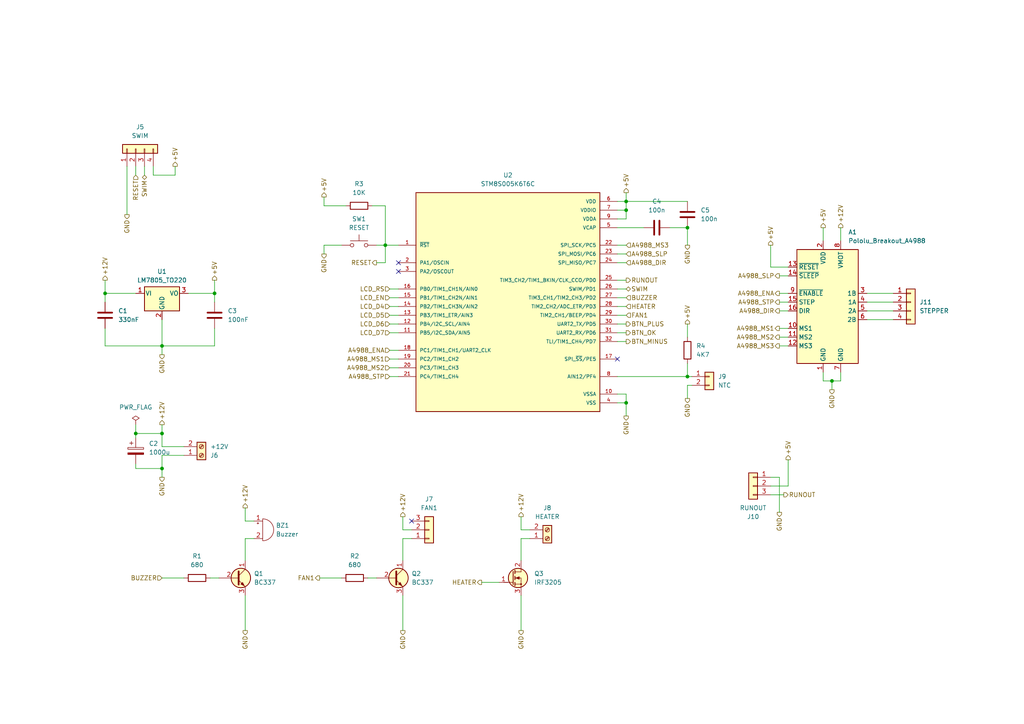
<source format=kicad_sch>
(kicad_sch (version 20250114) (generator "eeschema") (generator_version "9.0")
  (paper "A4")
  (lib_symbols
    (symbol "Connector:Screw_Terminal_01x02" (pin_names (offset 1.016) (hide yes))
      (property "Reference" "J" (at 0 2.54 0))
      (property "Value" "Screw_Terminal_01x02" (at 0 -5.08 0))
      (symbol "Screw_Terminal_01x02_1_1"
        (rectangle (start -1.27 1.27) (end 1.27 -3.81) (stroke (width 0.254)) (fill (type background)))
        (polyline (pts (xy -0.5334 0.3302) (xy 0.3302 -0.508)) (stroke (width 0.1524)))
        (polyline (pts (xy -0.5334 -2.2098) (xy 0.3302 -3.048)) (stroke (width 0.1524)))
        (polyline (pts (xy -0.3556 0.508) (xy 0.508 -0.3302)) (stroke (width 0.1524)))
        (polyline (pts (xy -0.3556 -2.032) (xy 0.508 -2.8702)) (stroke (width 0.1524)))
        (circle (center 0 0) (radius 0.635) (stroke (width 0.1524)))
        (circle (center 0 -2.54) (radius 0.635) (stroke (width 0.1524)))
        (pin passive line (at -5.08 0 0) (length 3.81) (name "Pin_1") (number "1"))
        (pin passive line (at -5.08 -2.54 0) (length 3.81) (name "Pin_2") (number "2"))
      )
    )
    (symbol "Connector_Generic:Conn_01x02" (pin_names (offset 1.016) (hide yes))
      (property "Reference" "J" (at 0 2.54 0))
      (property "Value" "Conn_01x02" (at 0 -5.08 0))
      (symbol "Conn_01x02_1_1"
        (rectangle (start -1.27 1.27) (end 1.27 -3.81) (stroke (width 0.254)) (fill (type background)))
        (rectangle (start -1.27 0.127) (end 0 -0.127) (stroke (width 0.1524)))
        (rectangle (start -1.27 -2.413) (end 0 -2.667) (stroke (width 0.1524)))
        (pin passive line (at -5.08 0 0) (length 3.81) (name "Pin_1") (number "1"))
        (pin passive line (at -5.08 -2.54 0) (length 3.81) (name "Pin_2") (number "2"))
      )
    )
    (symbol "Connector_Generic:Conn_01x03" (pin_names (offset 1.016) (hide yes))
      (property "Reference" "J" (at 0 5.08 0))
      (property "Value" "Conn_01x03" (at 0 -5.08 0))
      (symbol "Conn_01x03_1_1"
        (rectangle (start -1.27 3.81) (end 1.27 -3.81) (stroke (width 0.254)) (fill (type background)))
        (rectangle (start -1.27 2.667) (end 0 2.413) (stroke (width 0.1524)))
        (rectangle (start -1.27 0.127) (end 0 -0.127) (stroke (width 0.1524)))
        (rectangle (start -1.27 -2.413) (end 0 -2.667) (stroke (width 0.1524)))
        (pin passive line (at -5.08 2.54 0) (length 3.81) (name "Pin_1") (number "1"))
        (pin passive line (at -5.08 0 0) (length 3.81) (name "Pin_2") (number "2"))
        (pin passive line (at -5.08 -2.54 0) (length 3.81) (name "Pin_3") (number "3"))
      )
    )
    (symbol "Connector_Generic:Conn_01x04" (pin_names (offset 1.016) (hide yes))
      (property "Reference" "J" (at 0 5.08 0))
      (property "Value" "Conn_01x04" (at 0 -7.62 0))
      (symbol "Conn_01x04_1_1"
        (rectangle (start -1.27 3.81) (end 1.27 -6.35) (stroke (width 0.254)) (fill (type background)))
        (rectangle (start -1.27 2.667) (end 0 2.413) (stroke (width 0.1524)))
        (rectangle (start -1.27 0.127) (end 0 -0.127) (stroke (width 0.1524)))
        (rectangle (start -1.27 -2.413) (end 0 -2.667) (stroke (width 0.1524)))
        (rectangle (start -1.27 -4.953) (end 0 -5.207) (stroke (width 0.1524)))
        (pin passive line (at -5.08 2.54 0) (length 3.81) (name "Pin_1") (number "1"))
        (pin passive line (at -5.08 0 0) (length 3.81) (name "Pin_2") (number "2"))
        (pin passive line (at -5.08 -2.54 0) (length 3.81) (name "Pin_3") (number "3"))
        (pin passive line (at -5.08 -5.08 0) (length 3.81) (name "Pin_4") (number "4"))
      )
    )
    (symbol "Device:Buzzer" (pin_names (offset 0.0254) (hide yes))
      (property "Reference" "BZ" (at 3.81 1.27 0))
      (property "Value" "Buzzer" (at 3.81 -1.27 0))
      (symbol "Buzzer_0_1"
        (polyline (pts (xy -1.651 1.905) (xy -1.143 1.905)))
        (polyline (pts (xy -1.397 2.159) (xy -1.397 1.651)))
        (arc (start 0 3.175) (mid 3.1612 0) (end 0 -3.175))
        (polyline (pts (xy 0 3.175) (xy 0 -3.175)))
      )
      (symbol "Buzzer_1_1"
        (pin passive line (at -2.54 2.54 0) (length 2.54) (name "+") (number "1"))
        (pin passive line (at -2.54 -2.54 0) (length 2.54) (name "-") (number "2"))
      )
    )
    (symbol "Device:C" (pin_numbers (hide yes)) (pin_names (offset 0.254))
      (property "Reference" "C" (at 0.635 2.54 0))
      (property "Value" "C" (at 0.635 -2.54 0))
      (symbol "C_0_1"
        (polyline (pts (xy -2.032 0.762) (xy 2.032 0.762)) (stroke (width 0.508)))
        (polyline (pts (xy -2.032 -0.762) (xy 2.032 -0.762)) (stroke (width 0.508)))
      )
      (symbol "C_1_1"
        (pin passive line (at 0 3.81 270) (length 2.794) (name "~") (number "1"))
        (pin passive line (at 0 -3.81 90) (length 2.794) (name "~") (number "2"))
      )
    )
    (symbol "Device:C_Polarized" (pin_numbers (hide yes)) (pin_names (offset 0.254))
      (property "Reference" "C" (at 0.635 2.54 0))
      (property "Value" "C_Polarized" (at 0.635 -2.54 0))
      (symbol "C_Polarized_0_1"
        (rectangle (start -2.286 0.508) (end 2.286 1.016))
        (polyline (pts (xy -1.778 2.286) (xy -0.762 2.286)))
        (polyline (pts (xy -1.27 2.794) (xy -1.27 1.778)))
        (rectangle (start 2.286 -0.508) (end -2.286 -1.016) (fill (type outline)))
      )
      (symbol "C_Polarized_1_1"
        (pin passive line (at 0 3.81 270) (length 2.794) (name "~") (number "1"))
        (pin passive line (at 0 -3.81 90) (length 2.794) (name "~") (number "2"))
      )
    )
    (symbol "Device:R" (pin_numbers (hide yes)) (pin_names (offset 0))
      (property "Reference" "R" (at 2.032 0 90))
      (property "Value" "R" (at 0 0 90))
      (symbol "R_0_1"
        (rectangle (start -1.016 -2.54) (end 1.016 2.54) (stroke (width 0.254)))
      )
      (symbol "R_1_1"
        (pin passive line (at 0 3.81 270) (length 1.27) (name "~") (number "1"))
        (pin passive line (at 0 -3.81 90) (length 1.27) (name "~") (number "2"))
      )
    )
    (symbol "Driver_Motor:Pololu_Breakout_A4988"
      (property "Reference" "A" (at -2.54 19.05 0))
      (property "Value" "Pololu_Breakout_A4988" (at -2.54 16.51 0))
      (symbol "Pololu_Breakout_A4988_0_1"
        (rectangle (start 10.16 -17.78) (end -7.62 15.24) (stroke (width 0.254)) (fill (type background)))
      )
      (symbol "Pololu_Breakout_A4988_1_1"
        (pin input line (at -10.16 10.16 0) (length 2.54) (name "~{RESET}") (number "13"))
        (pin input line (at -10.16 7.62 0) (length 2.54) (name "~{SLEEP}") (number "14"))
        (pin input line (at -10.16 2.54 0) (length 2.54) (name "~{ENABLE}") (number "9"))
        (pin input line (at -10.16 0 0) (length 2.54) (name "STEP") (number "15"))
        (pin input line (at -10.16 -2.54 0) (length 2.54) (name "DIR") (number "16"))
        (pin input line (at -10.16 -7.62 0) (length 2.54) (name "MS1") (number "10"))
        (pin input line (at -10.16 -10.16 0) (length 2.54) (name "MS2") (number "11"))
        (pin input line (at -10.16 -12.7 0) (length 2.54) (name "MS3") (number "12"))
        (pin power_in line (at 0 17.78 270) (length 2.54) (name "VDD") (number "2"))
        (pin power_in line (at 0 -20.32 90) (length 2.54) (name "GND") (number "1"))
        (pin power_in line (at 5.08 17.78 270) (length 2.54) (name "VMOT") (number "8"))
        (pin power_in line (at 5.08 -20.32 90) (length 2.54) (name "GND") (number "7"))
        (pin output line (at 12.7 2.54 180) (length 2.54) (name "1B") (number "3"))
        (pin output line (at 12.7 0 180) (length 2.54) (name "1A") (number "4"))
        (pin output line (at 12.7 -2.54 180) (length 2.54) (name "2A") (number "5"))
        (pin output line (at 12.7 -5.08 180) (length 2.54) (name "2B") (number "6"))
      )
    )
    (symbol "Extras:STM8S005K6T6C" (pin_names (offset 1.016))
      (property "Reference" "U?" (at -26.67 36.576 0))
      (property "Value" "STM8S005K6T6C" (at -26.924 33.782 0))
      (symbol "STM8S005K6T6C_0_0"
        (rectangle (start -26.67 33.02) (end 26.67 -30.48) (stroke (width 0.254)) (fill (type background)))
        (pin bidirectional line (at -31.75 17.78 0) (length 5.08) (name "~{RST}") (number "1"))
        (pin bidirectional line (at -31.75 12.7 0) (length 5.08) (name "PA1/OSCIN") (number "2"))
        (pin bidirectional line (at -31.75 10.16 0) (length 5.08) (name "PA2/OSCOUT") (number "3"))
        (pin bidirectional line (at -31.75 5.08 0) (length 5.08) (name "PB0/TIM1_CH1N/AIN0") (number "16"))
        (pin bidirectional line (at -31.75 2.54 0) (length 5.08) (name "PB1/TIM1_CH2N/AIN1") (number "15"))
        (pin bidirectional line (at -31.75 0 0) (length 5.08) (name "PB2/TIM1_CH3N/AIN2") (number "14"))
        (pin bidirectional line (at -31.75 -2.54 0) (length 5.08) (name "PB3/TIM1_ETR/AIN3") (number "13"))
        (pin bidirectional line (at -31.75 -5.08 0) (length 5.08) (name "PB4/I2C_SCL/AIN4") (number "12"))
        (pin bidirectional line (at -31.75 -7.62 0) (length 5.08) (name "PB5/I2C_SDA/AIN5") (number "11"))
        (pin bidirectional line (at -31.75 -12.7 0) (length 5.08) (name "PC1/TIM1_CH1/UART2_CLK") (number "18"))
        (pin bidirectional line (at -31.75 -15.24 0) (length 5.08) (name "PC2/TIM1_CH2") (number "19"))
        (pin bidirectional line (at -31.75 -17.78 0) (length 5.08) (name "PC3/TIM1_CH3") (number "20"))
        (pin bidirectional line (at -31.75 -20.32 0) (length 5.08) (name "PC4/TIM1_CH4") (number "21"))
        (pin power_in line (at 31.75 30.48 180) (length 5.08) (name "VDD") (number "6"))
        (pin power_in line (at 31.75 27.94 180) (length 5.08) (name "VDDIO") (number "7"))
        (pin power_in line (at 31.75 25.4 180) (length 5.08) (name "VDDA") (number "9"))
        (pin power_in line (at 31.75 22.86 180) (length 5.08) (name "VCAP") (number "5"))
        (pin bidirectional line (at 31.75 17.78 180) (length 5.08) (name "SPI_SCK/PC5") (number "22"))
        (pin bidirectional line (at 31.75 15.24 180) (length 5.08) (name "SPI_MOSI/PC6") (number "23"))
        (pin bidirectional line (at 31.75 12.7 180) (length 5.08) (name "SPI_MISO/PC7") (number "24"))
        (pin bidirectional line (at 31.75 7.62 180) (length 5.08) (name "TIM3_CH2/TIM1_BKIN/CLK_CCO/PD0") (number "25"))
        (pin bidirectional line (at 31.75 5.08 180) (length 5.08) (name "SWIM/PD1") (number "26"))
        (pin bidirectional line (at 31.75 2.54 180) (length 5.08) (name "TIM3_CH1/TIM2_CH3/PD2") (number "27"))
        (pin bidirectional line (at 31.75 0 180) (length 5.08) (name "TIM2_CH2/ADC_ETR/PD3") (number "28"))
        (pin bidirectional line (at 31.75 -2.54 180) (length 5.08) (name "TIM2_CH1/BEEP/PD4") (number "29"))
        (pin bidirectional line (at 31.75 -5.08 180) (length 5.08) (name "UART2_TX/PD5") (number "30"))
        (pin bidirectional line (at 31.75 -7.62 180) (length 5.08) (name "UART2_RX/PD6") (number "31"))
        (pin bidirectional line (at 31.75 -10.16 180) (length 5.08) (name "TLI/TIM1_CH4/PD7") (number "32"))
        (pin bidirectional line (at 31.75 -15.24 180) (length 5.08) (name "SPI_~{SS}/PE5") (number "17"))
        (pin bidirectional line (at 31.75 -20.32 180) (length 5.08) (name "AIN12/PF4") (number "8"))
        (pin power_in line (at 31.75 -25.4 180) (length 5.08) (name "VSSA") (number "10"))
        (pin power_in line (at 31.75 -27.94 180) (length 5.08) (name "VSS") (number "4"))
      )
    )
    (symbol "PCM_Transistor_BJT_AKL:BC337" (pin_names (hide yes))
      (property "Reference" "Q" (at 5.08 1.27 0))
      (property "Value" "BC337" (at 5.08 -1.27 0))
      (symbol "BC337_0_1"
        (polyline (pts (xy 0.635 1.905) (xy 0.635 -1.905) (xy 0.635 -1.905)) (stroke (width 0.508)))
        (polyline (pts (xy 0.635 0.635) (xy 2.54 2.54)))
        (polyline (pts (xy 0.635 -0.635) (xy 2.54 -2.54) (xy 2.54 -2.54)))
        (circle (center 1.27 0) (radius 2.8194) (stroke (width 0.254)) (fill (type background)))
        (polyline (pts (xy 1.27 -1.778) (xy 1.778 -1.27) (xy 2.286 -2.286) (xy 1.27 -1.778) (xy 1.27 -1.778)) (fill (type outline)))
      )
      (symbol "BC337_1_1"
        (pin input line (at -5.08 0 0) (length 5.715) (name "B") (number "2"))
        (pin passive line (at 2.54 5.08 270) (length 2.54) (name "C") (number "1"))
        (pin passive line (at 2.54 -5.08 90) (length 2.54) (name "E") (number "3"))
      )
    )
    (symbol "PCM_Transistor_MOSFET_AKL:IRF3205" (pin_names (hide yes))
      (property "Reference" "Q" (at 5.08 1.27 0))
      (property "Value" "IRF3205" (at 5.08 -1.27 0))
      (symbol "IRF3205_0_1"
        (polyline (pts (xy 0.254 1.905) (xy 0.254 -1.905)) (stroke (width 0.254)))
        (polyline (pts (xy 0.254 -1.27) (xy -2.54 -1.27)))
        (polyline (pts (xy 0.762 2.286) (xy 0.762 1.27)) (stroke (width 0.254)))
        (polyline (pts (xy 0.762 0.508) (xy 0.762 -0.508)) (stroke (width 0.254)))
        (polyline (pts (xy 0.762 -1.27) (xy 0.762 -2.286)) (stroke (width 0.254)))
        (polyline (pts (xy 0.762 -1.778) (xy 2.54 -1.778)))
        (polyline (pts (xy 1.016 0) (xy 2.032 0.381) (xy 2.032 -0.381) (xy 1.016 0)) (fill (type outline)))
        (circle (center 1.651 0) (radius 2.794) (stroke (width 0.254)) (fill (type background)))
        (polyline (pts (xy 2.54 2.54) (xy 2.54 1.778)))
        (polyline (pts (xy 2.54 1.778) (xy 0.762 1.778)))
        (circle (center 2.54 -1.778) (radius 0.1778) (fill (type outline)))
        (polyline (pts (xy 2.54 -2.54) (xy 2.54 0) (xy 0.762 0)))
      )
      (symbol "IRF3205_1_1"
        (pin input line (at -3.81 -1.27 0) (length 2.54) (name "G") (number "1"))
        (pin passive line (at 2.54 5.08 270) (length 2.54) (name "D") (number "2"))
        (pin passive line (at 2.54 -5.08 90) (length 2.54) (name "S") (number "3"))
      )
    )
    (symbol "Regulator_Linear:LM7805_TO220" (pin_names (offset 0.254))
      (property "Reference" "U" (at -3.81 3.175 0))
      (property "Value" "LM7805_TO220" (at 0 3.175 0))
      (symbol "LM7805_TO220_0_1"
        (rectangle (start -5.08 1.905) (end 5.08 -5.08) (stroke (width 0.254)) (fill (type background)))
      )
      (symbol "LM7805_TO220_1_1"
        (pin power_in line (at -7.62 0 0) (length 2.54) (name "VI") (number "1"))
        (pin power_in line (at 0 -7.62 90) (length 2.54) (name "GND") (number "2"))
        (pin power_out line (at 7.62 0 180) (length 2.54) (name "VO") (number "3"))
      )
    )
    (symbol "Switch:SW_Push" (pin_numbers (hide yes)) (pin_names (offset 1.016) (hide yes))
      (property "Reference" "SW" (at 1.27 2.54 0))
      (property "Value" "SW_Push" (at 0 -1.524 0))
      (symbol "SW_Push_0_1"
        (circle (center -2.032 0) (radius 0.508))
        (polyline (pts (xy 0 1.27) (xy 0 3.048)))
        (circle (center 2.032 0) (radius 0.508))
        (polyline (pts (xy 2.54 1.27) (xy -2.54 1.27)))
        (pin passive line (at -5.08 0 0) (length 2.54) (name "1") (number "1"))
        (pin passive line (at 5.08 0 180) (length 2.54) (name "2") (number "2"))
      )
    )
    (symbol "power:PWR_FLAG" (power) (pin_numbers (hide yes)) (pin_names (offset 0) (hide yes))
      (property "Value" "PWR_FLAG" (at 0 3.81 0))
      (symbol "PWR_FLAG_0_0"
        (pin power_out line (at 0 0 90) (length 0) (name "~") (number "1"))
      )
      (symbol "PWR_FLAG_0_1"
        (polyline (pts (xy 0 0) (xy 0 1.27) (xy -1.016 1.905) (xy 0 2.54) (xy 1.016 1.905) (xy 0 1.27)))
      )
    )
  )
  (junction (at 241.3 110.49))
  (junction (at 46.99 125.73))
  (junction (at 199.39 109.22))
  (junction (at 181.61 116.84))
  (junction (at 181.61 58.42))
  (junction (at 181.61 60.96))
  (junction (at 46.99 100.33))
  (junction (at 30.48 85.09))
  (junction (at 46.99 135.89))
  (junction (at 62.23 85.09))
  (junction (at 111.76 71.12))
  (junction (at 199.39 66.04))
  (junction (at 39.37 125.73))
  (no_connect (at 115.57 78.74))
  (no_connect (at 179.07 104.14))
  (no_connect (at 115.57 76.2))
  (no_connect (at 119.38 151.13))
  (wire (pts (xy 251.46 85.09) (xy 259.08 85.09)))
  (wire (pts (xy 223.52 77.47) (xy 228.6 77.47)))
  (wire (pts (xy 223.52 71.12) (xy 223.52 77.47)))
  (wire (pts (xy 93.98 71.12) (xy 93.98 73.66)))
  (wire (pts (xy 116.84 153.67) (xy 119.38 153.67)))
  (wire (pts (xy 179.07 58.42) (xy 181.61 58.42)))
  (wire (pts (xy 139.7 168.91) (xy 144.78 168.91)))
  (wire (pts (xy 30.48 95.25) (xy 30.48 100.33)))
  (wire (pts (xy 179.07 63.5) (xy 181.61 63.5)))
  (wire (pts (xy 181.61 81.28) (xy 179.07 81.28)))
  (wire (pts (xy 181.61 58.42) (xy 199.39 58.42)))
  (wire (pts (xy 71.12 147.32) (xy 71.12 151.13)))
  (wire (pts (xy 71.12 172.72) (xy 71.12 182.88)))
  (wire (pts (xy 36.83 48.26) (xy 36.83 62.23)))
  (wire (pts (xy 111.76 71.12) (xy 115.57 71.12)))
  (wire (pts (xy 46.99 129.54) (xy 53.34 129.54)))
  (wire (pts (xy 93.98 57.15) (xy 93.98 59.69)))
  (wire (pts (xy 113.03 88.9) (xy 115.57 88.9)))
  (wire (pts (xy 226.06 90.17) (xy 228.6 90.17)))
  (wire (pts (xy 251.46 87.63) (xy 259.08 87.63)))
  (wire (pts (xy 199.39 111.76) (xy 199.39 115.57)))
  (wire (pts (xy 181.61 86.36) (xy 179.07 86.36)))
  (wire (pts (xy 62.23 95.25) (xy 62.23 100.33)))
  (wire (pts (xy 50.8 50.8) (xy 50.8 48.26)))
  (wire (pts (xy 92.71 167.64) (xy 99.06 167.64)))
  (wire (pts (xy 179.07 71.12) (xy 181.61 71.12)))
  (wire (pts (xy 179.07 99.06) (xy 181.61 99.06)))
  (wire (pts (xy 199.39 109.22) (xy 200.66 109.22)))
  (wire (pts (xy 46.99 167.64) (xy 53.34 167.64)))
  (wire (pts (xy 30.48 100.33) (xy 46.99 100.33)))
  (wire (pts (xy 113.03 83.82) (xy 115.57 83.82)))
  (wire (pts (xy 241.3 110.49) (xy 241.3 113.03)))
  (wire (pts (xy 181.61 60.96) (xy 181.61 58.42)))
  (wire (pts (xy 199.39 66.04) (xy 199.39 71.12)))
  (wire (pts (xy 113.03 106.68) (xy 115.57 106.68)))
  (wire (pts (xy 46.99 100.33) (xy 46.99 92.71)))
  (wire (pts (xy 73.66 156.21) (xy 71.12 156.21)))
  (wire (pts (xy 226.06 87.63) (xy 228.6 87.63)))
  (wire (pts (xy 179.07 76.2) (xy 181.61 76.2)))
  (wire (pts (xy 153.67 156.21) (xy 151.13 156.21)))
  (wire (pts (xy 181.61 116.84) (xy 181.61 120.65)))
  (wire (pts (xy 223.52 143.51) (xy 227.33 143.51)))
  (wire (pts (xy 238.76 66.04) (xy 238.76 69.85)))
  (wire (pts (xy 39.37 134.62) (xy 39.37 135.89)))
  (wire (pts (xy 46.99 132.08) (xy 53.34 132.08)))
  (wire (pts (xy 39.37 123.19) (xy 39.37 125.73)))
  (wire (pts (xy 181.61 63.5) (xy 181.61 60.96)))
  (wire (pts (xy 113.03 93.98) (xy 115.57 93.98)))
  (wire (pts (xy 119.38 156.21) (xy 116.84 156.21)))
  (wire (pts (xy 62.23 81.28) (xy 62.23 85.09)))
  (wire (pts (xy 30.48 81.28) (xy 30.48 85.09)))
  (wire (pts (xy 226.06 97.79) (xy 228.6 97.79)))
  (wire (pts (xy 44.45 50.8) (xy 50.8 50.8)))
  (wire (pts (xy 243.84 107.95) (xy 243.84 110.49)))
  (wire (pts (xy 113.03 104.14) (xy 115.57 104.14)))
  (wire (pts (xy 151.13 156.21) (xy 151.13 162.56)))
  (wire (pts (xy 226.06 138.43) (xy 223.52 138.43)))
  (wire (pts (xy 179.07 114.3) (xy 181.61 114.3)))
  (wire (pts (xy 39.37 135.89) (xy 46.99 135.89)))
  (wire (pts (xy 39.37 48.26) (xy 39.37 50.8)))
  (wire (pts (xy 62.23 85.09) (xy 62.23 87.63)))
  (wire (pts (xy 226.06 95.25) (xy 228.6 95.25)))
  (wire (pts (xy 179.07 96.52) (xy 181.61 96.52)))
  (wire (pts (xy 243.84 110.49) (xy 241.3 110.49)))
  (wire (pts (xy 113.03 109.22) (xy 115.57 109.22)))
  (wire (pts (xy 228.6 140.97) (xy 228.6 133.35)))
  (wire (pts (xy 251.46 90.17) (xy 259.08 90.17)))
  (wire (pts (xy 116.84 172.72) (xy 116.84 182.88)))
  (wire (pts (xy 109.22 76.2) (xy 111.76 76.2)))
  (wire (pts (xy 46.99 123.19) (xy 46.99 125.73)))
  (wire (pts (xy 151.13 149.86) (xy 151.13 153.67)))
  (wire (pts (xy 116.84 149.86) (xy 116.84 153.67)))
  (wire (pts (xy 71.12 151.13) (xy 73.66 151.13)))
  (wire (pts (xy 194.31 66.04) (xy 199.39 66.04)))
  (wire (pts (xy 60.96 167.64) (xy 63.5 167.64)))
  (wire (pts (xy 30.48 87.63) (xy 30.48 85.09)))
  (wire (pts (xy 181.61 114.3) (xy 181.61 116.84)))
  (wire (pts (xy 179.07 116.84) (xy 181.61 116.84)))
  (wire (pts (xy 71.12 156.21) (xy 71.12 162.56)))
  (wire (pts (xy 113.03 91.44) (xy 115.57 91.44)))
  (wire (pts (xy 179.07 66.04) (xy 186.69 66.04)))
  (wire (pts (xy 111.76 59.69) (xy 111.76 71.12)))
  (wire (pts (xy 251.46 92.71) (xy 259.08 92.71)))
  (wire (pts (xy 46.99 125.73) (xy 46.99 129.54)))
  (wire (pts (xy 226.06 148.59) (xy 226.06 138.43)))
  (wire (pts (xy 179.07 93.98) (xy 181.61 93.98)))
  (wire (pts (xy 226.06 80.01) (xy 228.6 80.01)))
  (wire (pts (xy 179.07 60.96) (xy 181.61 60.96)))
  (wire (pts (xy 179.07 88.9) (xy 181.61 88.9)))
  (wire (pts (xy 30.48 85.09) (xy 39.37 85.09)))
  (wire (pts (xy 107.95 59.69) (xy 111.76 59.69)))
  (wire (pts (xy 179.07 73.66) (xy 181.61 73.66)))
  (wire (pts (xy 179.07 109.22) (xy 199.39 109.22)))
  (wire (pts (xy 39.37 125.73) (xy 39.37 127)))
  (wire (pts (xy 179.07 91.44) (xy 181.61 91.44)))
  (wire (pts (xy 39.37 125.73) (xy 46.99 125.73)))
  (wire (pts (xy 151.13 153.67) (xy 153.67 153.67)))
  (wire (pts (xy 243.84 66.04) (xy 243.84 69.85)))
  (wire (pts (xy 151.13 172.72) (xy 151.13 182.88)))
  (wire (pts (xy 179.07 83.82) (xy 181.61 83.82)))
  (wire (pts (xy 226.06 100.33) (xy 228.6 100.33)))
  (wire (pts (xy 106.68 167.64) (xy 109.22 167.64)))
  (wire (pts (xy 111.76 71.12) (xy 109.22 71.12)))
  (wire (pts (xy 54.61 85.09) (xy 62.23 85.09)))
  (wire (pts (xy 41.91 48.26) (xy 41.91 50.8)))
  (wire (pts (xy 99.06 71.12) (xy 93.98 71.12)))
  (wire (pts (xy 46.99 135.89) (xy 46.99 138.43)))
  (wire (pts (xy 199.39 93.98) (xy 199.39 97.79)))
  (wire (pts (xy 238.76 107.95) (xy 238.76 110.49)))
  (wire (pts (xy 62.23 100.33) (xy 46.99 100.33)))
  (wire (pts (xy 223.52 140.97) (xy 228.6 140.97)))
  (wire (pts (xy 181.61 58.42) (xy 181.61 55.88)))
  (wire (pts (xy 111.76 76.2) (xy 111.76 71.12)))
  (wire (pts (xy 238.76 110.49) (xy 241.3 110.49)))
  (wire (pts (xy 113.03 86.36) (xy 115.57 86.36)))
  (wire (pts (xy 226.06 85.09) (xy 228.6 85.09)))
  (wire (pts (xy 113.03 96.52) (xy 115.57 96.52)))
  (wire (pts (xy 199.39 105.41) (xy 199.39 109.22)))
  (wire (pts (xy 113.03 101.6) (xy 115.57 101.6)))
  (wire (pts (xy 200.66 111.76) (xy 199.39 111.76)))
  (wire (pts (xy 93.98 59.69) (xy 100.33 59.69)))
  (wire (pts (xy 46.99 102.87) (xy 46.99 100.33)))
  (wire (pts (xy 44.45 48.26) (xy 44.45 50.8)))
  (wire (pts (xy 46.99 132.08) (xy 46.99 135.89)))
  (wire (pts (xy 116.84 156.21) (xy 116.84 162.56)))
  (hierarchical_label "A4988_MS3" (shape output) (at 226.06 100.33 180))
  (hierarchical_label "BTN_MINUS" (shape output) (at 181.61 99.06 0))
  (hierarchical_label "A4988_ENA" (shape output) (at 226.06 85.09 180))
  (hierarchical_label "GND" (shape output) (at 151.13 182.88 270))
  (hierarchical_label "SWIM" (shape bidirectional) (at 181.61 83.82 0))
  (hierarchical_label "A4988_STP" (shape input) (at 113.03 109.22 180))
  (hierarchical_label "GND" (shape output) (at 93.98 73.66 270))
  (hierarchical_label "GND" (shape output) (at 199.39 115.57 270))
  (hierarchical_label "FAN1" (shape input) (at 181.61 91.44 0))
  (hierarchical_label "GND" (shape output) (at 46.99 138.43 270))
  (hierarchical_label "LCD_D6" (shape input) (at 113.03 93.98 180))
  (hierarchical_label "+5V" (shape output) (at 199.39 93.98 90))
  (hierarchical_label "A4988_ENA" (shape input) (at 113.03 101.6 180))
  (hierarchical_label "GND" (shape output) (at 241.3 113.03 270))
  (hierarchical_label "GND" (shape output) (at 199.39 71.12 270))
  (hierarchical_label "+12V" (shape output) (at 243.84 66.04 90))
  (hierarchical_label "A4988_DIR" (shape input) (at 181.61 76.2 0))
  (hierarchical_label "BTN_OK" (shape output) (at 181.61 96.52 0))
  (hierarchical_label "SWIM" (shape bidirectional) (at 41.91 50.8 270))
  (hierarchical_label "+12V" (shape output) (at 116.84 149.86 90))
  (hierarchical_label "LCD_D7" (shape input) (at 113.03 96.52 180))
  (hierarchical_label "A4988_MS1" (shape input) (at 113.03 104.14 180))
  (hierarchical_label "BUZZER" (shape input) (at 46.99 167.64 180))
  (hierarchical_label "BTN_PLUS" (shape output) (at 181.61 93.98 0))
  (hierarchical_label "FAN1" (shape output) (at 92.71 167.64 180))
  (hierarchical_label "+12V" (shape output) (at 46.99 123.19 90))
  (hierarchical_label "A4988_DIR" (shape output) (at 226.06 90.17 180))
  (hierarchical_label "LCD_D5" (shape input) (at 113.03 91.44 180))
  (hierarchical_label "HEATER" (shape output) (at 139.7 168.91 180))
  (hierarchical_label "GND" (shape output) (at 116.84 182.88 270))
  (hierarchical_label "+12V" (shape output) (at 30.48 81.28 90))
  (hierarchical_label "+5V" (shape output) (at 223.52 71.12 90))
  (hierarchical_label "A4988_MS2" (shape output) (at 226.06 97.79 180))
  (hierarchical_label "+5V" (shape output) (at 62.23 81.28 90))
  (hierarchical_label "A4988_MS2" (shape input) (at 113.03 106.68 180))
  (hierarchical_label "+5V" (shape output) (at 238.76 66.04 90))
  (hierarchical_label "BUZZER" (shape input) (at 181.61 86.36 0))
  (hierarchical_label "LCD_EN" (shape input) (at 113.03 86.36 180))
  (hierarchical_label "GND" (shape output) (at 71.12 182.88 270))
  (hierarchical_label "+5V" (shape output) (at 181.61 55.88 90))
  (hierarchical_label "LCD_RS" (shape input) (at 113.03 83.82 180))
  (hierarchical_label "RESET" (shape input) (at 39.37 50.8 270))
  (hierarchical_label "A4988_SLP" (shape output) (at 226.06 80.01 180))
  (hierarchical_label "+5V" (shape output) (at 228.6 133.35 90))
  (hierarchical_label "A4988_MS1" (shape output) (at 226.06 95.25 180))
  (hierarchical_label "+5V" (shape output) (at 50.8 48.26 90))
  (hierarchical_label "RUNOUT" (shape output) (at 181.61 81.28 0))
  (hierarchical_label "HEATER" (shape input) (at 181.61 88.9 0))
  (hierarchical_label "A4988_STP" (shape output) (at 226.06 87.63 180))
  (hierarchical_label "GND" (shape output) (at 46.99 102.87 270))
  (hierarchical_label "GND" (shape output) (at 181.61 120.65 270))
  (hierarchical_label "A4988_SLP" (shape input) (at 181.61 73.66 0))
  (hierarchical_label "+12V" (shape output) (at 151.13 149.86 90))
  (hierarchical_label "+5V" (shape output) (at 93.98 57.15 90))
  (hierarchical_label "A4988_MS3" (shape input) (at 181.61 71.12 0))
  (hierarchical_label "GND" (shape output) (at 36.83 62.23 270))
  (hierarchical_label "LCD_D4" (shape input) (at 113.03 88.9 180))
  (hierarchical_label "RESET" (shape output) (at 109.22 76.2 180))
  (hierarchical_label "RUNOUT" (shape output) (at 227.33 143.51 0))
  (hierarchical_label "GND" (shape output) (at 226.06 148.59 270))
  (hierarchical_label "+12V" (shape output) (at 71.12 147.32 90))
  (symbol (lib_id "Connector:Screw_Terminal_01x02") (at 158.75 156.21 0) (mirror x) (unit 1)
    (property "Reference" "J8" (at 158.75 147.32 0))
    (property "Value" "HEATER" (at 158.75 149.86 0))
    (property "Footprint" "TerminalBlock:TerminalBlock_bornier-2_P5.08mm" (effects (hide yes)))
    (property "Description" "Generic screw terminal, single row, 01x02, script generated (kicad-library-utils/schlib/autogen/connector/)" (effects (hide yes)))
  )
  (symbol (lib_id "Connector_Generic:Conn_01x04") (at 264.16 87.63 0) (unit 1)
    (property "Reference" "J11" (at 266.7 87.6299 0) (effects (justify left)))
    (property "Value" "STEPPER" (at 266.7 90.1699 0) (effects (justify left)))
    (property "Footprint" "Connector_JST:JST_XA_B04B-XASK-1_1x04_P2.50mm_Vertical" (effects (hide yes)))
    (property "Description" "Generic connector, single row, 01x04, script generated (kicad-library-utils/schlib/autogen/connector/)" (effects (hide yes)))
  )
  (symbol (lib_id "Device:R") (at 102.87 167.64 90) (unit 1)
    (property "Reference" "R2" (at 102.87 161.29 90))
    (property "Value" "680" (at 102.87 163.83 90))
    (property "Footprint" "Resistor_THT:R_Axial_DIN0204_L3.6mm_D1.6mm_P5.08mm_Horizontal" (effects (hide yes)))
    (property "Description" "Resistor" (effects (hide yes)))
  )
  (symbol (lib_id "Device:C") (at 199.39 62.23 180) (unit 1)
    (property "Reference" "C5" (at 203.2 60.9599 0) (effects (justify right)))
    (property "Value" "100n" (at 203.2 63.4999 0) (effects (justify right)))
    (property "Footprint" "Capacitor_THT:C_Disc_D6.0mm_W2.5mm_P5.00mm" (effects (hide yes)))
    (property "Description" "Unpolarized capacitor" (effects (hide yes)))
  )
  (symbol (lib_id "Connector_Generic:Conn_01x02") (at 205.74 109.22 0) (unit 1)
    (property "Reference" "J9" (at 208.28 109.2199 0) (effects (justify left)))
    (property "Value" "NTC" (at 208.28 111.7599 0) (effects (justify left)))
    (property "Footprint" "Connector_JST:JST_XH_B2B-XH-A_1x02_P2.50mm_Vertical" (effects (hide yes)))
    (property "Description" "Generic connector, single row, 01x02, script generated (kicad-library-utils/schlib/autogen/connector/)" (effects (hide yes)))
  )
  (symbol (lib_id "Device:C") (at 190.5 66.04 90) (unit 1)
    (property "Reference" "C4" (at 190.5 58.42 90))
    (property "Value" "100n" (at 190.5 60.96 90))
    (property "Footprint" "Capacitor_THT:C_Disc_D6.0mm_W2.5mm_P5.00mm" (effects (hide yes)))
    (property "Description" "Unpolarized capacitor" (effects (hide yes)))
  )
  (symbol (lib_id "Switch:SW_Push") (at 104.14 71.12 0) (unit 1)
    (property "Reference" "SW1" (at 104.14 63.5 0))
    (property "Value" "RESET" (at 104.14 66.04 0))
    (property "Footprint" "Button_Switch_THT:SW_Tactile_SPST_Angled_PTS645Vx39-2LFS" (effects (hide yes)))
    (property "Description" "Push button switch, generic, two pins" (effects (hide yes)))
  )
  (symbol (lib_id "Device:C_Polarized") (at 39.37 130.81 0) (unit 1)
    (property "Reference" "C2" (at 43.18 128.6509 0) (effects (justify left)))
    (property "Value" "1000u" (at 43.18 131.1909 0) (effects (justify left)))
    (property "Footprint" "Capacitor_THT:CP_Radial_D10.0mm_P5.00mm" (effects (hide yes)))
    (property "Description" "Polarized capacitor" (effects (hide yes)))
  )
  (symbol (lib_id "power:PWR_FLAG") (at 39.37 123.19 0) (unit 1)
    (property "Reference" "#FLG05" (effects (hide yes)))
    (property "Value" "PWR_FLAG" (at 39.37 118.11 0))
    (property "Description" "Special symbol for telling ERC where power comes from" (effects (hide yes)))
  )
  (symbol (lib_id "PCM_Transistor_BJT_AKL:BC337") (at 114.3 167.64 0) (unit 1)
    (property "Reference" "Q2" (at 119.38 166.3699 0) (effects (justify left)))
    (property "Value" "BC337" (at 119.38 168.9099 0) (effects (justify left)))
    (property "Footprint" "Package_TO_SOT_THT:TO-92L_Inline_Wide" (effects (hide yes)))
    (property "Datasheet" "https://www.tme.eu/Document/11d7e3f5dc635c549df9f13ed376a852/BC337.pdf" (effects (hide yes)))
    (property "Description" "NPN TO-92 transistor, 45V, 800mA, 625mW, Complementary to BC327, Alternate KiCAD Library" (effects (hide yes)))
  )
  (symbol (lib_id "Device:R") (at 104.14 59.69 90) (unit 1)
    (property "Reference" "R3" (at 104.14 53.34 90))
    (property "Value" "10K" (at 104.14 55.88 90))
    (property "Footprint" "Resistor_THT:R_Axial_DIN0204_L3.6mm_D1.6mm_P5.08mm_Horizontal" (effects (hide yes)))
    (property "Description" "Resistor" (effects (hide yes)))
  )
  (symbol (lib_id "Connector:Screw_Terminal_01x02") (at 58.42 132.08 0) (mirror x) (unit 1)
    (property "Reference" "J6" (at 60.96 132.0801 0) (effects (justify left)))
    (property "Value" "+12V" (at 60.96 129.5401 0) (effects (justify left)))
    (property "Footprint" "TerminalBlock:TerminalBlock_bornier-2_P5.08mm" (effects (hide yes)))
    (property "Description" "Generic screw terminal, single row, 01x02, script generated (kicad-library-utils/schlib/autogen/connector/)" (effects (hide yes)))
  )
  (symbol (lib_id "Device:C") (at 62.23 91.44 0) (unit 1)
    (property "Reference" "C3" (at 66.04 90.1699 0) (effects (justify left)))
    (property "Value" "100nF" (at 66.04 92.7099 0) (effects (justify left)))
    (property "Footprint" "Capacitor_THT:C_Disc_D6.0mm_W2.5mm_P5.00mm" (effects (hide yes)))
    (property "Description" "Unpolarized capacitor" (effects (hide yes)))
  )
  (symbol (lib_id "Connector_Generic:Conn_01x03") (at 124.46 153.67 0) (mirror x) (unit 1)
    (property "Reference" "J7" (at 124.46 144.78 0))
    (property "Value" "FAN1" (at 124.46 147.32 0))
    (property "Footprint" "Connector_Molex:Molex_KK-254_AE-6410-03A_1x03_P2.54mm_Vertical" (effects (hide yes)))
    (property "Description" "Generic connector, single row, 01x03, script generated (kicad-library-utils/schlib/autogen/connector/)" (effects (hide yes)))
  )
  (symbol (lib_id "PCM_Transistor_MOSFET_AKL:IRF3205") (at 148.59 167.64 0) (unit 1)
    (property "Reference" "Q3" (at 154.94 166.3699 0) (effects (justify left)))
    (property "Value" "IRF3205" (at 154.94 168.9099 0) (effects (justify left)))
    (property "Footprint" "Package_TO_SOT_THT:TO-220-3_Vertical" (effects (hide yes)))
    (property "Datasheet" "https://www.tme.eu/Document/43abe0278ed4378d39fd92716060454f/irf3205.pdf" (effects (hide yes)))
    (property "Description" "TO-220 N-MOSFET enchancement mode transistor, 55V, 110A, 200W, Alternate KiCAD Library" (effects (hide yes)))
  )
  (symbol (lib_id "Device:C") (at 30.48 91.44 0) (unit 1)
    (property "Reference" "C1" (at 34.29 90.1699 0) (effects (justify left)))
    (property "Value" "330nF" (at 34.29 92.7099 0) (effects (justify left)))
    (property "Footprint" "Capacitor_THT:C_Disc_D6.0mm_W2.5mm_P5.00mm" (effects (hide yes)))
    (property "Description" "Unpolarized capacitor" (effects (hide yes)))
  )
  (symbol (lib_id "Device:R") (at 57.15 167.64 90) (unit 1)
    (property "Reference" "R1" (at 57.15 161.29 90))
    (property "Value" "680" (at 57.15 163.83 90))
    (property "Footprint" "Resistor_THT:R_Axial_DIN0204_L3.6mm_D1.6mm_P5.08mm_Horizontal" (effects (hide yes)))
    (property "Description" "Resistor" (effects (hide yes)))
  )
  (symbol (lib_id "Regulator_Linear:LM7805_TO220") (at 46.99 85.09 0) (unit 1)
    (property "Reference" "U1" (at 46.99 78.74 0))
    (property "Value" "LM7805_TO220" (at 46.99 81.28 0))
    (property "Footprint" "Package_TO_SOT_THT:TO-92L_Inline_Wide" (effects (hide yes)))
    (property "Datasheet" "https://www.onsemi.cn/PowerSolutions/document/MC7800-D.PDF" (effects (hide yes)))
    (property "Description" "Positive 1A 35V Linear Regulator, Fixed Output 5V, TO-220" (effects (hide yes)))
  )
  (symbol (lib_id "Extras:STM8S005K6T6C") (at 147.32 88.9 0) (unit 1)
    (property "Reference" "U2" (at 147.32 50.8 0))
    (property "Value" "STM8S005K6T6C" (at 147.32 53.34 0))
    (property "Footprint" "Package_QFP:LQFP-32_7x7mm_P0.8mm" (effects (hide yes)))
  )
  (symbol (lib_id "PCM_Transistor_BJT_AKL:BC337") (at 68.58 167.64 0) (unit 1)
    (property "Reference" "Q1" (at 73.66 166.3699 0) (effects (justify left)))
    (property "Value" "BC337" (at 73.66 168.9099 0) (effects (justify left)))
    (property "Footprint" "Package_TO_SOT_THT:TO-92L_Inline_Wide" (effects (hide yes)))
    (property "Datasheet" "https://www.tme.eu/Document/11d7e3f5dc635c549df9f13ed376a852/BC337.pdf" (effects (hide yes)))
    (property "Description" "NPN TO-92 transistor, 45V, 800mA, 625mW, Complementary to BC327, Alternate KiCAD Library" (effects (hide yes)))
  )
  (symbol (lib_id "Connector_Generic:Conn_01x03") (at 218.44 140.97 0) (mirror y) (unit 1)
    (property "Reference" "J10" (at 218.44 149.86 0))
    (property "Value" "RUNOUT" (at 218.44 147.32 0))
    (property "Footprint" "Connector_Molex:Molex_KK-254_AE-6410-03A_1x03_P2.54mm_Vertical" (effects (hide yes)))
    (property "Description" "Generic connector, single row, 01x03, script generated (kicad-library-utils/schlib/autogen/connector/)" (effects (hide yes)))
  )
  (symbol (lib_id "Driver_Motor:Pololu_Breakout_A4988") (at 238.76 87.63 0) (unit 1)
    (property "Reference" "A1" (at 246.0341 67.31 0) (effects (justify left)))
    (property "Value" "Pololu_Breakout_A4988" (at 246.0341 69.85 0) (effects (justify left)))
    (property "Footprint" "Module:Pololu_Breakout-16_15.2x20.3mm" (effects (hide yes)))
    (property "Datasheet" "https://www.pololu.com/product/2980/pictures" (effects (hide yes)))
    (property "Description" "Pololu Breakout Board, Stepper Driver A4988" (effects (hide yes)))
  )
  (symbol (lib_id "Device:R") (at 199.39 101.6 0) (unit 1)
    (property "Reference" "R4" (at 201.93 100.3299 0) (effects (justify left)))
    (property "Value" "4K7" (at 201.93 102.8699 0) (effects (justify left)))
    (property "Footprint" "Resistor_THT:R_Axial_DIN0204_L3.6mm_D1.6mm_P5.08mm_Horizontal" (effects (hide yes)))
    (property "Description" "Resistor" (effects (hide yes)))
  )
  (symbol (lib_id "Device:Buzzer") (at 76.2 153.67 0) (unit 1)
    (property "Reference" "BZ1" (at 80.01 152.3999 0) (effects (justify left)))
    (property "Value" "Buzzer" (at 80.01 154.9399 0) (effects (justify left)))
    (property "Footprint" "Buzzer_Beeper:Buzzer_12x9.5RM7.6" (effects (hide yes)))
    (property "Description" "Buzzer, polarized" (effects (hide yes)))
  )
  (symbol (lib_id "Connector_Generic:Conn_01x04") (at 39.37 43.18 90) (unit 1)
    (property "Reference" "J5" (at 40.64 36.83 90))
    (property "Value" "SWIM" (at 40.64 39.37 90))
    (property "Footprint" "Connector_PinHeader_2.54mm:PinHeader_1x04_P2.54mm_Vertical" (effects (hide yes)))
    (property "Description" "Generic connector, single row, 01x04, script generated (kicad-library-utils/schlib/autogen/connector/)" (effects (hide yes)))
  )
)
</source>
